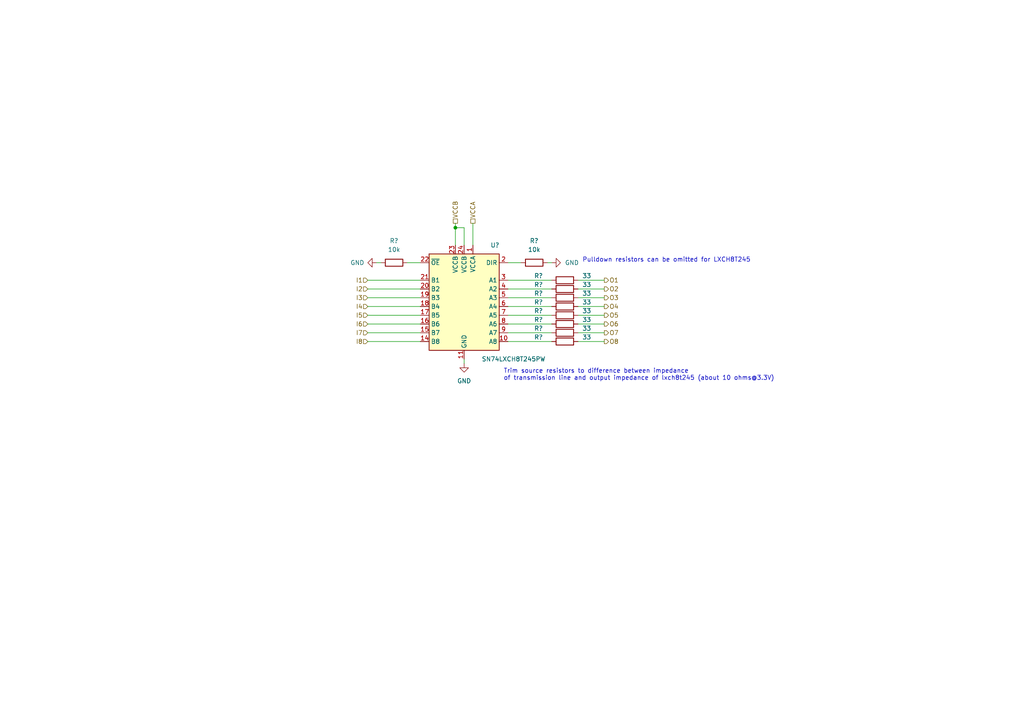
<source format=kicad_sch>
(kicad_sch (version 20211123) (generator eeschema)
  (paper "A4")
  (lib_symbols
    (symbol "DM1CR_Library:SN74LXCH8T245PW"
      (property "Reference" "U" (at -8.89 13.97 0))
      (property "Value" "SN74LXCH8T245PW" (at 12.7 13.97 0))
      (symbol "SN74LXCH8T245PW_0_1"
        (rectangle (start -10.16 12.7) (end 10.16 -15.24) (stroke (width 0.254)) (fill (type background)))
      )
      (symbol "SN74LXCH8T245PW_1_1"
        (pin power_in line (at -2.54 15.24 270) (length 2.54) (name "VCCA") (number "1"))
        (pin bidirectional line (at -12.7 -12.7 0) (length 2.54) (name "A8") (number "10"))
        (pin power_in line (at 0 -17.78 90) (length 2.54) (name "GND") (number "11"))
        (pin passive line (at 0 -17.78 90) (length 2.54) hide (name "GND") (number "12"))
        (pin passive line (at 0 -17.78 90) (length 2.54) hide (name "GND") (number "13"))
        (pin bidirectional line (at 12.7 -12.7 180) (length 2.54) (name "B8") (number "14"))
        (pin bidirectional line (at 12.7 -10.16 180) (length 2.54) (name "B7") (number "15"))
        (pin bidirectional line (at 12.7 -7.62 180) (length 2.54) (name "B6") (number "16"))
        (pin bidirectional line (at 12.7 -5.08 180) (length 2.54) (name "B5") (number "17"))
        (pin bidirectional line (at 12.7 -2.54 180) (length 2.54) (name "B4") (number "18"))
        (pin bidirectional line (at 12.7 0 180) (length 2.54) (name "B3") (number "19"))
        (pin input line (at -12.7 10.16 0) (length 2.54) (name "DIR") (number "2"))
        (pin bidirectional line (at 12.7 2.54 180) (length 2.54) (name "B2") (number "20"))
        (pin bidirectional line (at 12.7 5.08 180) (length 2.54) (name "B1") (number "21"))
        (pin input line (at 12.7 10.16 180) (length 2.54) (name "~{OE}") (number "22"))
        (pin power_in line (at 2.54 15.24 270) (length 2.54) (name "VCCB") (number "23"))
        (pin power_in line (at 0 15.24 270) (length 2.54) (name "VCCB") (number "24"))
        (pin bidirectional line (at -12.7 5.08 0) (length 2.54) (name "A1") (number "3"))
        (pin bidirectional line (at -12.7 2.54 0) (length 2.54) (name "A2") (number "4"))
        (pin bidirectional line (at -12.7 0 0) (length 2.54) (name "A3") (number "5"))
        (pin bidirectional line (at -12.7 -2.54 0) (length 2.54) (name "A4") (number "6"))
        (pin bidirectional line (at -12.7 -5.08 0) (length 2.54) (name "A5") (number "7"))
        (pin bidirectional line (at -12.7 -7.62 0) (length 2.54) (name "A6") (number "8"))
        (pin bidirectional line (at -12.7 -10.16 0) (length 2.54) (name "A7") (number "9"))
      )
    )
    (symbol "Device:R" (pin_numbers hide) (pin_names (offset 0))
      (property "Reference" "R" (at 2.032 0 90))
      (property "Value" "R" (at 0 0 90))
      (symbol "R_0_1"
        (rectangle (start -1.016 -2.54) (end 1.016 2.54) (stroke (width 0.254)))
      )
      (symbol "R_1_1"
        (pin passive line (at 0 3.81 270) (length 1.27) (name "~") (number "1"))
        (pin passive line (at 0 -3.81 90) (length 1.27) (name "~") (number "2"))
      )
    )
    (symbol "power:GND" (power) (pin_names (offset 0))
      (property "Value" "GND" (at 0 -3.81 0))
      (symbol "GND_0_1"
        (polyline (pts (xy 0 0) (xy 0 -1.27) (xy 1.27 -1.27) (xy 0 -2.54) (xy -1.27 -1.27) (xy 0 -1.27)))
      )
      (symbol "GND_1_1"
        (pin power_in line (at 0 0 270) (length 0) hide (name "GND") (number "1"))
      )
    )
  )
  (junction (at 132.08 66.04))
  (wire (pts (xy 118.11 76.2) (xy 121.92 76.2)))
  (wire (pts (xy 147.32 91.44) (xy 160.02 91.44)))
  (wire (pts (xy 167.64 96.52) (xy 175.26 96.52)))
  (wire (pts (xy 147.32 99.06) (xy 160.02 99.06)))
  (wire (pts (xy 106.68 96.52) (xy 121.92 96.52)))
  (wire (pts (xy 106.68 81.28) (xy 121.92 81.28)))
  (wire (pts (xy 167.64 91.44) (xy 175.26 91.44)))
  (wire (pts (xy 134.62 71.12) (xy 134.62 66.04)))
  (wire (pts (xy 106.68 91.44) (xy 121.92 91.44)))
  (wire (pts (xy 134.62 66.04) (xy 132.08 66.04)))
  (wire (pts (xy 106.68 88.9) (xy 121.92 88.9)))
  (wire (pts (xy 106.68 93.98) (xy 121.92 93.98)))
  (wire (pts (xy 147.32 93.98) (xy 160.02 93.98)))
  (wire (pts (xy 167.64 83.82) (xy 175.26 83.82)))
  (wire (pts (xy 167.64 88.9) (xy 175.26 88.9)))
  (wire (pts (xy 147.32 76.2) (xy 151.13 76.2)))
  (wire (pts (xy 147.32 81.28) (xy 160.02 81.28)))
  (wire (pts (xy 106.68 99.06) (xy 121.92 99.06)))
  (wire (pts (xy 167.64 99.06) (xy 175.26 99.06)))
  (wire (pts (xy 109.22 76.2) (xy 110.49 76.2)))
  (wire (pts (xy 106.68 83.82) (xy 121.92 83.82)))
  (wire (pts (xy 160.02 76.2) (xy 158.75 76.2)))
  (wire (pts (xy 147.32 96.52) (xy 160.02 96.52)))
  (wire (pts (xy 167.64 81.28) (xy 175.26 81.28)))
  (wire (pts (xy 132.08 66.04) (xy 132.08 71.12)))
  (wire (pts (xy 147.32 83.82) (xy 160.02 83.82)))
  (wire (pts (xy 106.68 86.36) (xy 121.92 86.36)))
  (wire (pts (xy 147.32 88.9) (xy 160.02 88.9)))
  (wire (pts (xy 167.64 93.98) (xy 175.26 93.98)))
  (wire (pts (xy 147.32 86.36) (xy 160.02 86.36)))
  (wire (pts (xy 132.08 64.77) (xy 132.08 66.04)))
  (wire (pts (xy 137.16 64.77) (xy 137.16 71.12)))
  (wire (pts (xy 167.64 86.36) (xy 175.26 86.36)))
  (wire (pts (xy 134.62 105.41) (xy 134.62 104.14)))
  (text "Trim source resistors to difference between impedance\nof transmission line and output impedance of lxch8t245 (about 10 ohms@3.3V)\n" (at 146.05 110.49 0) (effects (font (size 1.27 1.27)) (justify left bottom)))
  (text "Pulldown resistors can be omitted for LXCH8T245" (at 168.91 76.2 0) (effects (font (size 1.27 1.27)) (justify left bottom)))
  (hierarchical_label "I1" (shape input) (at 106.68 81.28 180))
  (hierarchical_label "O5" (shape output) (at 175.26 91.44 0))
  (hierarchical_label "I7" (shape input) (at 106.68 96.52 180))
  (hierarchical_label "I6" (shape input) (at 106.68 93.98 180))
  (hierarchical_label "O3" (shape output) (at 175.26 86.36 0))
  (hierarchical_label "I8" (shape input) (at 106.68 99.06 180))
  (hierarchical_label "O2" (shape output) (at 175.26 83.82 0))
  (hierarchical_label "O7" (shape output) (at 175.26 96.52 0))
  (hierarchical_label "VCCA" (shape passive) (at 137.16 64.77 90))
  (hierarchical_label "I2" (shape input) (at 106.68 83.82 180))
  (hierarchical_label "O6" (shape output) (at 175.26 93.98 0))
  (hierarchical_label "VCCB" (shape passive) (at 132.08 64.77 90))
  (hierarchical_label "O1" (shape output) (at 175.26 81.28 0))
  (hierarchical_label "I3" (shape input) (at 106.68 86.36 180))
  (hierarchical_label "O8" (shape output) (at 175.26 99.06 0))
  (hierarchical_label "O4" (shape output) (at 175.26 88.9 0))
  (hierarchical_label "I4" (shape input) (at 106.68 88.9 180))
  (hierarchical_label "I5" (shape input) (at 106.68 91.44 180))
  (symbol (lib_id "Device:R") (at 114.3 76.2 90) (unit 1)
    (property "Reference" "R?" (at 114.3 69.85 90))
    (property "Value" "10k" (at 114.3 72.39 90))
  )
  (symbol (lib_id "Device:R") (at 163.83 96.52 90) (unit 1)
    (property "Reference" "R?" (at 156.21 95.25 90))
    (property "Value" "33" (at 170.18 95.25 90))
  )
  (symbol (lib_id "Device:R") (at 163.83 83.82 90) (unit 1)
    (property "Reference" "R?" (at 156.21 82.55 90))
    (property "Value" "33" (at 170.18 82.55 90))
  )
  (symbol (lib_id "DM1CR_Library:SN74LXCH8T245PW") (at 134.62 86.36 0) (mirror y) (unit 1)
    (property "Reference" "U?" (at 142.24 71.12 0) (effects (justify right)))
    (property "Value" "SN74LXCH8T245PW" (at 139.7 104.14 0) (effects (justify right)))
    (property "Footprint" "Package_SO:TSSOP-24_4.4x7.8mm_P0.65mm" (effects hide))
    (property "Datasheet" "https://www.ti.com/lit/ds/symlink/sn74lxch8t245.pdf" (effects hide))
  )
  (symbol (lib_id "Device:R") (at 163.83 86.36 90) (unit 1)
    (property "Reference" "R?" (at 156.21 85.09 90))
    (property "Value" "33" (at 170.18 85.09 90))
  )
  (symbol (lib_id "Device:R") (at 163.83 91.44 90) (unit 1)
    (property "Reference" "R?" (at 156.21 90.17 90))
    (property "Value" "33" (at 170.18 90.17 90))
  )
  (symbol (lib_id "Device:R") (at 163.83 99.06 90) (unit 1)
    (property "Reference" "R?" (at 156.21 97.79 90))
    (property "Value" "33" (at 170.18 97.79 90))
  )
  (symbol (lib_id "power:GND") (at 160.02 76.2 90) (unit 1)
    (property "Reference" "#PWR?" (effects hide))
    (property "Value" "GND" (at 163.83 76.1999 90) (effects (justify right)))
  )
  (symbol (lib_id "Device:R") (at 163.83 88.9 270) (unit 1)
    (property "Reference" "R?" (at 156.21 87.63 90))
    (property "Value" "33" (at 170.18 87.63 90))
  )
  (symbol (lib_id "Device:R") (at 163.83 93.98 90) (unit 1)
    (property "Reference" "R?" (at 156.21 92.71 90))
    (property "Value" "33" (at 170.18 92.71 90))
  )
  (symbol (lib_id "power:GND") (at 134.62 105.41 0) (unit 1)
    (property "Reference" "#PWR?" (effects hide))
    (property "Value" "GND" (at 134.62 110.49 0))
  )
  (symbol (lib_id "power:GND") (at 109.22 76.2 270) (unit 1)
    (property "Reference" "#PWR?" (effects hide))
    (property "Value" "GND" (at 101.6 76.2 90) (effects (justify left)))
  )
  (symbol (lib_id "Device:R") (at 163.83 81.28 90) (unit 1)
    (property "Reference" "R?" (at 156.21 80.01 90))
    (property "Value" "33" (at 170.18 80.01 90))
  )
  (symbol (lib_id "Device:R") (at 154.94 76.2 90) (unit 1)
    (property "Reference" "R?" (at 154.94 69.85 90))
    (property "Value" "10k" (at 154.94 72.39 90))
  )
)
</source>
